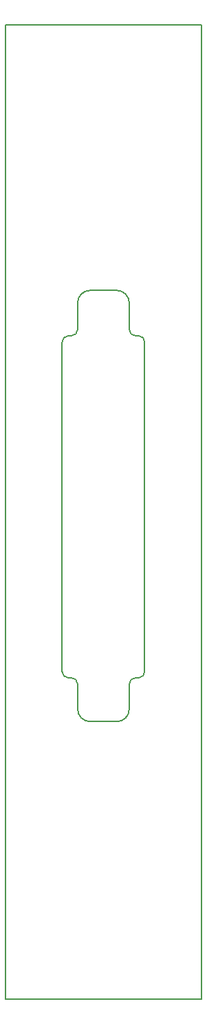
<source format=gko>
G04 ================== begin FILE IDENTIFICATION RECORD ==================*
G04 Layout Name:  front_panel_dig_out_2.brd*
G04 Film Name:    OUTLINE*
G04 File Format:  Gerber RS274X*
G04 File Origin:  Cadence Allegro 17.2-S057*
G04 Origin Date:  Wed Aug 07 22:17:01 2019*
G04 *
G04 Layer:  BOARD GEOMETRY/DESIGN_OUTLINE*
G04 Layer:  BOARD GEOMETRY/CUTOUT*
G04 *
G04 Offset:    (0.00 0.00)*
G04 Mirror:    No*
G04 Mode:      Positive*
G04 Rotation:  0*
G04 FullContactRelief:  No*
G04 UndefLineWidth:     5.00*
G04 ================== end FILE IDENTIFICATION RECORD ====================*
%FSLAX55Y55*MOIN*%
%IR0*IPPOS*OFA0.00000B0.00000*MIA0B0*SFA1.00000B1.00000*%
%ADD10C,.005*%
G75*
%LPD*%
G75*
G54D10*
G01X-47500Y-235000D02*
Y235000D01*
X47500D01*
Y-235000D01*
X-47500D01*
G01X-6500Y106888D02*
X6500D01*
G02X12500Y100888I0J-6000D01*
G01Y88000D01*
G03X15500Y85000I3000J0D01*
G01X17000D01*
G02X20000Y82000I0J-3000D01*
G01Y-77000D01*
G02X17000Y-80000I-3000J0D01*
G01X15500D01*
G03X12500Y-83000I0J-3000D01*
G01Y-95112D01*
G02X6500Y-101112I-6000J0D01*
G01X-6500D01*
G02X-12500Y-95112I0J6000D01*
G01Y-83000D01*
G03X-15500Y-80000I-3000J0D01*
G01X-17000D01*
G02X-20000Y-77000I0J3000D01*
G01Y82000D01*
G02X-17000Y85000I3000J0D01*
G01X-15500D01*
G03X-12500Y88000I0J3000D01*
G01Y100888D01*
G02X-6500Y106888I6000J0D01*
M02*

</source>
